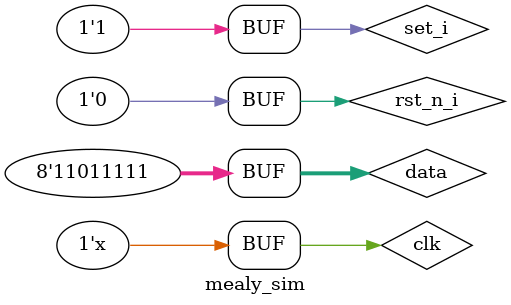
<source format=v>
`timescale 1ns / 1ps


module mealy_sim(

    );
    reg clk = 0;
    reg rst_n_i = 1;
    reg set_i = 1;
    reg [7:0]data ='b11011111;
    wire detect;
    sep_det_mealy U_mealy_1(
    .clk_i  (clk),
    .rst_n_i(rst_n_i),
    .set_i  (set_i),
    .data_i (data),
    .detect_o(detect)
    );
    always#1 clk = ~clk;
//    always#50 data = data * 'b10;
//    always begin #5 rst_n_i = 1;
//    #45 rst_n_i = 0;
    always begin #48 set_i = 0;
    #2 set_i = 1;
    end
    initial begin
//        #50 data = 00101111;
        #1 rst_n_i = 0;
//        #50 data = 10101111;
        #29 rst_n_i = 1;
        #1 rst_n_i =0;
        #19 data ='b01010111;
        #20 set_i = 0;
        #2 set_i = 1;
        #28 data =  data *'b10;
   
        #50 data = data *'b10;
    end
        
endmodule

</source>
